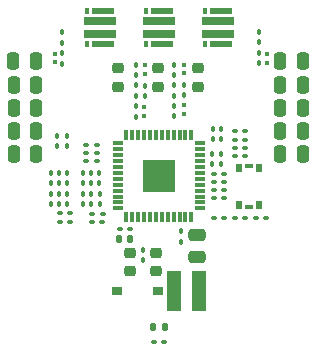
<source format=gbr>
%TF.GenerationSoftware,KiCad,Pcbnew,9.0.3*%
%TF.CreationDate,2025-09-12T10:42:05+02:00*%
%TF.ProjectId,FOC_CONTROLLER_V1,464f435f-434f-44e5-9452-4f4c4c45525f,rev?*%
%TF.SameCoordinates,Original*%
%TF.FileFunction,Paste,Top*%
%TF.FilePolarity,Positive*%
%FSLAX46Y46*%
G04 Gerber Fmt 4.6, Leading zero omitted, Abs format (unit mm)*
G04 Created by KiCad (PCBNEW 9.0.3) date 2025-09-12 10:42:05*
%MOMM*%
%LPD*%
G01*
G04 APERTURE LIST*
G04 Aperture macros list*
%AMRoundRect*
0 Rectangle with rounded corners*
0 $1 Rounding radius*
0 $2 $3 $4 $5 $6 $7 $8 $9 X,Y pos of 4 corners*
0 Add a 4 corners polygon primitive as box body*
4,1,4,$2,$3,$4,$5,$6,$7,$8,$9,$2,$3,0*
0 Add four circle primitives for the rounded corners*
1,1,$1+$1,$2,$3*
1,1,$1+$1,$4,$5*
1,1,$1+$1,$6,$7*
1,1,$1+$1,$8,$9*
0 Add four rect primitives between the rounded corners*
20,1,$1+$1,$2,$3,$4,$5,0*
20,1,$1+$1,$4,$5,$6,$7,0*
20,1,$1+$1,$6,$7,$8,$9,0*
20,1,$1+$1,$8,$9,$2,$3,0*%
G04 Aperture macros list end*
%ADD10RoundRect,0.067500X0.067500X-0.137500X0.067500X0.137500X-0.067500X0.137500X-0.067500X-0.137500X0*%
%ADD11RoundRect,0.250000X-0.250000X-0.475000X0.250000X-0.475000X0.250000X0.475000X-0.250000X0.475000X0*%
%ADD12R,0.970000X0.650000*%
%ADD13RoundRect,0.090000X0.139000X0.090000X-0.139000X0.090000X-0.139000X-0.090000X0.139000X-0.090000X0*%
%ADD14RoundRect,0.090000X0.090000X-0.139000X0.090000X0.139000X-0.090000X0.139000X-0.090000X-0.139000X0*%
%ADD15RoundRect,0.090000X-0.090000X0.139000X-0.090000X-0.139000X0.090000X-0.139000X0.090000X0.139000X0*%
%ADD16R,0.600000X0.650000*%
%ADD17R,0.700000X0.350000*%
%ADD18RoundRect,0.090000X-0.139000X-0.090000X0.139000X-0.090000X0.139000X0.090000X-0.139000X0.090000X0*%
%ADD19RoundRect,0.225000X0.250000X-0.225000X0.250000X0.225000X-0.250000X0.225000X-0.250000X-0.225000X0*%
%ADD20RoundRect,0.250000X0.475000X-0.250000X0.475000X0.250000X-0.475000X0.250000X-0.475000X-0.250000X0*%
%ADD21RoundRect,0.250000X0.250000X0.475000X-0.250000X0.475000X-0.250000X-0.475000X0.250000X-0.475000X0*%
%ADD22R,0.420000X0.550000*%
%ADD23R,1.920000X0.550000*%
%ADD24R,2.700000X0.790000*%
%ADD25R,1.300000X3.400000*%
%ADD26RoundRect,0.140000X0.140000X0.170000X-0.140000X0.170000X-0.140000X-0.170000X0.140000X-0.170000X0*%
%ADD27RoundRect,0.147500X-0.147500X-0.172500X0.147500X-0.172500X0.147500X0.172500X-0.147500X0.172500X0*%
%ADD28R,0.300000X0.850000*%
%ADD29R,0.850000X0.300000*%
%ADD30R,2.700000X2.700000*%
G04 APERTURE END LIST*
D10*
%TO.C,D2*%
X98725000Y-94912500D03*
X98725000Y-94187500D03*
%TD*%
D11*
%TO.C,C36*%
X110300000Y-98140000D03*
X112200000Y-98140000D03*
%TD*%
D12*
%TO.C,D1*%
X99900000Y-109750000D03*
X96420000Y-109750000D03*
%TD*%
D13*
%TO.C,R47*%
X100432500Y-114100000D03*
X99567500Y-114100000D03*
%TD*%
D14*
%TO.C,R30*%
X102120000Y-93162500D03*
X102120000Y-92297500D03*
%TD*%
D15*
%TO.C,R31*%
X108475000Y-87810000D03*
X108475000Y-88675000D03*
%TD*%
D16*
%TO.C,S1*%
X108500000Y-99325000D03*
X108500000Y-102475000D03*
X106800000Y-99325000D03*
X106800000Y-102475000D03*
D17*
X107650000Y-99175000D03*
X107650000Y-102625000D03*
%TD*%
D18*
%TO.C,R37*%
X104665000Y-103550000D03*
X105530000Y-103550000D03*
%TD*%
D15*
%TO.C,R34*%
X94280000Y-101527500D03*
X94280000Y-102392500D03*
%TD*%
D13*
%TO.C,C1*%
X97565000Y-104475000D03*
X96700000Y-104475000D03*
%TD*%
D14*
%TO.C,C30*%
X105260000Y-96872500D03*
X105260000Y-96007500D03*
%TD*%
D13*
%TO.C,C15*%
X105532500Y-100500000D03*
X104667500Y-100500000D03*
%TD*%
D10*
%TO.C,D3*%
X91175000Y-90362500D03*
X91175000Y-89637500D03*
%TD*%
%TO.C,D4*%
X102100000Y-94762500D03*
X102100000Y-94037500D03*
%TD*%
D15*
%TO.C,R15*%
X90840000Y-99745000D03*
X90840000Y-100610000D03*
%TD*%
D19*
%TO.C,C2*%
X96510000Y-92435000D03*
X96510000Y-90885000D03*
%TD*%
D20*
%TO.C,C7*%
X103250000Y-106875000D03*
X103250000Y-104975000D03*
%TD*%
D21*
%TO.C,C33*%
X89600000Y-96190000D03*
X87700000Y-96190000D03*
%TD*%
%TO.C,C27*%
X89590000Y-90290000D03*
X87690000Y-90290000D03*
%TD*%
D15*
%TO.C,C19*%
X94980000Y-101527500D03*
X94980000Y-102392500D03*
%TD*%
D18*
%TO.C,R3*%
X106442500Y-103550000D03*
X107307500Y-103550000D03*
%TD*%
D15*
%TO.C,R21*%
X98075000Y-90567500D03*
X98075000Y-91432500D03*
%TD*%
D21*
%TO.C,C26*%
X89600000Y-92270000D03*
X87700000Y-92270000D03*
%TD*%
D13*
%TO.C,R12*%
X107302500Y-96220000D03*
X106437500Y-96220000D03*
%TD*%
D14*
%TO.C,R19*%
X98800000Y-93212500D03*
X98800000Y-92347500D03*
%TD*%
D10*
%TO.C,D6*%
X109150000Y-90415000D03*
X109150000Y-89690000D03*
%TD*%
D15*
%TO.C,R27*%
X94970000Y-99767500D03*
X94970000Y-100632500D03*
%TD*%
D22*
%TO.C,Q1*%
X93950000Y-88825000D03*
D23*
X95275000Y-88825000D03*
X95275000Y-86075000D03*
D22*
X93950000Y-86075000D03*
D24*
X94988000Y-87975000D03*
X94988000Y-86925000D03*
%TD*%
D13*
%TO.C,R10*%
X107302500Y-96920000D03*
X106437500Y-96920000D03*
%TD*%
D14*
%TO.C,R29*%
X108475000Y-90450000D03*
X108475000Y-89585000D03*
%TD*%
D25*
%TO.C,L2*%
X103400000Y-109775000D03*
X101300000Y-109775000D03*
%TD*%
D14*
%TO.C,R22*%
X90840000Y-102370000D03*
X90840000Y-101505000D03*
%TD*%
D11*
%TO.C,C31*%
X110300000Y-94220000D03*
X112200000Y-94220000D03*
%TD*%
%TO.C,C24*%
X110300000Y-90290000D03*
X112200000Y-90290000D03*
%TD*%
D15*
%TO.C,R23*%
X91540000Y-101507500D03*
X91540000Y-102372500D03*
%TD*%
D19*
%TO.C,C4*%
X103280000Y-92435000D03*
X103280000Y-90885000D03*
%TD*%
D15*
%TO.C,R32*%
X101270000Y-90577500D03*
X101270000Y-91442500D03*
%TD*%
D19*
%TO.C,C10*%
X99750000Y-108050000D03*
X99750000Y-106500000D03*
%TD*%
D13*
%TO.C,C8*%
X94732500Y-97375000D03*
X93867500Y-97375000D03*
%TD*%
D15*
%TO.C,C12*%
X98650000Y-106275000D03*
X98650000Y-107140000D03*
%TD*%
D14*
%TO.C,R7*%
X91825000Y-88707500D03*
X91825000Y-87842500D03*
%TD*%
%TO.C,C6*%
X101900000Y-105557500D03*
X101900000Y-104692500D03*
%TD*%
D15*
%TO.C,R20*%
X101270000Y-92342500D03*
X101270000Y-93207500D03*
%TD*%
D26*
%TO.C,C5*%
X97587500Y-105300000D03*
X96627500Y-105300000D03*
%TD*%
D14*
%TO.C,R28*%
X94270000Y-100632500D03*
X94270000Y-99767500D03*
%TD*%
D18*
%TO.C,R42*%
X104667500Y-101900000D03*
X105532500Y-101900000D03*
%TD*%
D14*
%TO.C,R40*%
X92240000Y-97452500D03*
X92240000Y-96587500D03*
%TD*%
D27*
%TO.C,D8*%
X99515000Y-112820000D03*
X100485000Y-112820000D03*
%TD*%
D21*
%TO.C,C23*%
X89600000Y-94230000D03*
X87700000Y-94230000D03*
%TD*%
D11*
%TO.C,C25*%
X110300000Y-92260000D03*
X112200000Y-92260000D03*
%TD*%
D13*
%TO.C,C18*%
X92512500Y-103897500D03*
X91647500Y-103897500D03*
%TD*%
D10*
%TO.C,D7*%
X102110000Y-91327500D03*
X102110000Y-90602500D03*
%TD*%
D13*
%TO.C,R25*%
X92512500Y-103177500D03*
X91647500Y-103177500D03*
%TD*%
%TO.C,R14*%
X105532500Y-99800000D03*
X104667500Y-99800000D03*
%TD*%
D15*
%TO.C,R46*%
X104550000Y-96007500D03*
X104550000Y-96872500D03*
%TD*%
D22*
%TO.C,Q3*%
X103950000Y-88825000D03*
D23*
X105275000Y-88825000D03*
X105275000Y-86075000D03*
D22*
X103950000Y-86075000D03*
D24*
X104988000Y-87975000D03*
X104988000Y-86925000D03*
%TD*%
D11*
%TO.C,C35*%
X110300000Y-96180000D03*
X112200000Y-96180000D03*
%TD*%
D18*
%TO.C,R11*%
X106437500Y-97620000D03*
X107302500Y-97620000D03*
%TD*%
D14*
%TO.C,R5*%
X98075000Y-94982500D03*
X98075000Y-94117500D03*
%TD*%
%TO.C,R33*%
X93580000Y-102392500D03*
X93580000Y-101527500D03*
%TD*%
D18*
%TO.C,R2*%
X93867500Y-98075000D03*
X94732500Y-98075000D03*
%TD*%
D15*
%TO.C,R13*%
X104540000Y-98107500D03*
X104540000Y-98972500D03*
%TD*%
D13*
%TO.C,R9*%
X107305000Y-98320000D03*
X106440000Y-98320000D03*
%TD*%
D10*
%TO.C,D5*%
X98820000Y-91352500D03*
X98820000Y-90627500D03*
%TD*%
D18*
%TO.C,C9*%
X108217500Y-103550000D03*
X109082500Y-103550000D03*
%TD*%
D14*
%TO.C,R4*%
X98075000Y-93207500D03*
X98075000Y-92342500D03*
%TD*%
D19*
%TO.C,C3*%
X99950000Y-92435000D03*
X99950000Y-90885000D03*
%TD*%
D14*
%TO.C,R18*%
X101270000Y-94965000D03*
X101270000Y-94100000D03*
%TD*%
%TO.C,R6*%
X91825000Y-90482500D03*
X91825000Y-89617500D03*
%TD*%
D22*
%TO.C,Q2*%
X98950000Y-88825000D03*
D23*
X100275000Y-88825000D03*
X100275000Y-86075000D03*
D22*
X98950000Y-86075000D03*
D24*
X99988000Y-87975000D03*
X99988000Y-86925000D03*
%TD*%
D21*
%TO.C,C34*%
X89600000Y-98150000D03*
X87700000Y-98150000D03*
%TD*%
D15*
%TO.C,C14*%
X105240000Y-98117500D03*
X105240000Y-98982500D03*
%TD*%
D14*
%TO.C,C28*%
X91340000Y-97452500D03*
X91340000Y-96587500D03*
%TD*%
D18*
%TO.C,C29*%
X104667500Y-101200000D03*
X105532500Y-101200000D03*
%TD*%
D15*
%TO.C,C16*%
X92240000Y-101505000D03*
X92240000Y-102370000D03*
%TD*%
D19*
%TO.C,C11*%
X97550000Y-108050000D03*
X97550000Y-106500000D03*
%TD*%
D13*
%TO.C,C21*%
X95227500Y-103900000D03*
X94362500Y-103900000D03*
%TD*%
D15*
%TO.C,R16*%
X92240000Y-99745000D03*
X92240000Y-100610000D03*
%TD*%
D14*
%TO.C,R17*%
X91540000Y-100610000D03*
X91540000Y-99745000D03*
%TD*%
D13*
%TO.C,R1*%
X94730000Y-98770000D03*
X93865000Y-98770000D03*
%TD*%
D15*
%TO.C,R26*%
X93570000Y-99757500D03*
X93570000Y-100622500D03*
%TD*%
D28*
%TO.C,IC1*%
X97250000Y-103450000D03*
X97750000Y-103450000D03*
X98250000Y-103450000D03*
X98750000Y-103450000D03*
X99250000Y-103450000D03*
X99750000Y-103450000D03*
X100250000Y-103450000D03*
X100750000Y-103450000D03*
X101250000Y-103450000D03*
X101750000Y-103450000D03*
X102250000Y-103450000D03*
X102750000Y-103450000D03*
D29*
X103450000Y-102750000D03*
X103450000Y-102250000D03*
X103450000Y-101750000D03*
X103450000Y-101250000D03*
X103450000Y-100750000D03*
X103450000Y-100250000D03*
X103450000Y-99750000D03*
X103450000Y-99250000D03*
X103450000Y-98750000D03*
X103450000Y-98250000D03*
X103450000Y-97750000D03*
X103450000Y-97250000D03*
D28*
X102750000Y-96550000D03*
X102250000Y-96550000D03*
X101750000Y-96550000D03*
X101250000Y-96550000D03*
X100750000Y-96550000D03*
X100250000Y-96550000D03*
X99750000Y-96550000D03*
X99250000Y-96550000D03*
X98750000Y-96550000D03*
X98250000Y-96550000D03*
X97750000Y-96550000D03*
X97250000Y-96550000D03*
D29*
X96550000Y-97250000D03*
X96550000Y-97750000D03*
X96550000Y-98250000D03*
X96550000Y-98750000D03*
X96550000Y-99250000D03*
X96550000Y-99750000D03*
X96550000Y-100250000D03*
X96550000Y-100750000D03*
X96550000Y-101250000D03*
X96550000Y-101750000D03*
X96550000Y-102250000D03*
X96550000Y-102750000D03*
D30*
X100000000Y-100000000D03*
%TD*%
D13*
%TO.C,R36*%
X95230000Y-103200000D03*
X94365000Y-103200000D03*
%TD*%
M02*

</source>
